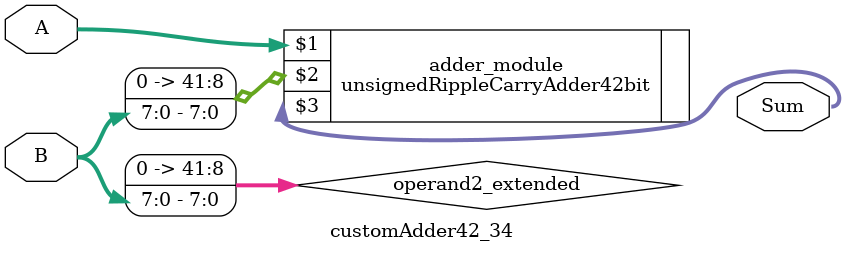
<source format=v>
module customAdder42_34(
                        input [41 : 0] A,
                        input [7 : 0] B,
                        
                        output [42 : 0] Sum
                );

        wire [41 : 0] operand2_extended;
        
        assign operand2_extended =  {34'b0, B};
        
        unsignedRippleCarryAdder42bit adder_module(
            A,
            operand2_extended,
            Sum
        );
        
        endmodule
        
</source>
